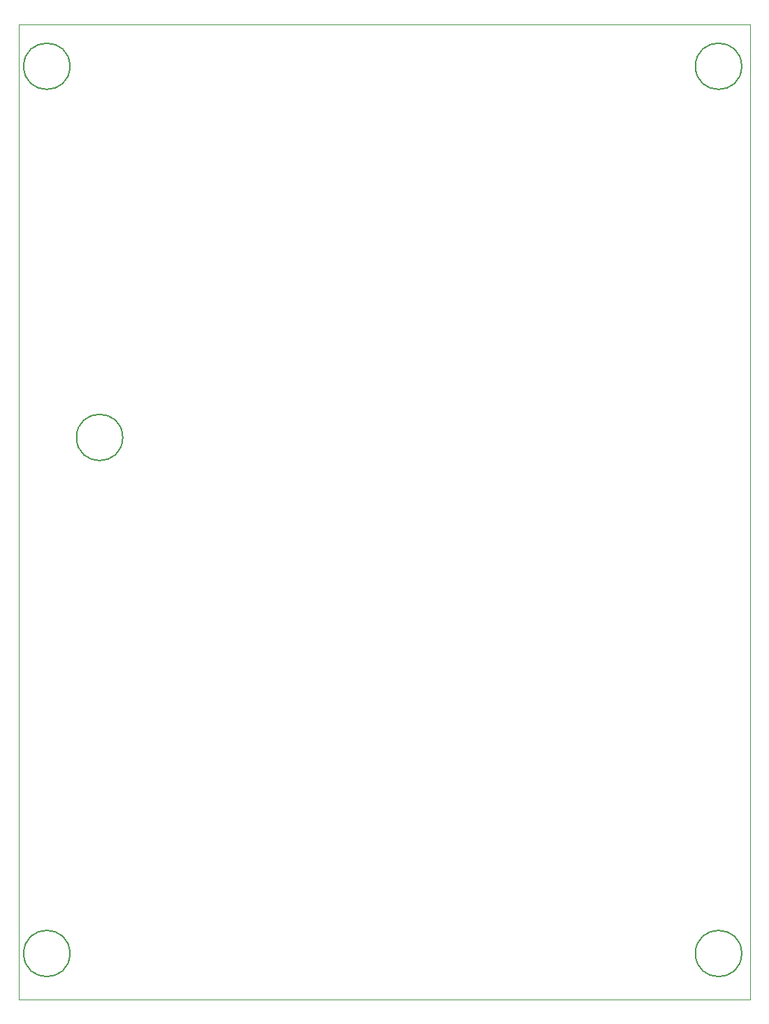
<source format=gbr>
%TF.GenerationSoftware,KiCad,Pcbnew,7.0.9-7.0.9~ubuntu22.04.1*%
%TF.CreationDate,2024-01-06T12:21:40-05:00*%
%TF.ProjectId,coleco_original,636f6c65-636f-45f6-9f72-6967696e616c,DEV*%
%TF.SameCoordinates,Original*%
%TF.FileFunction,Other,Comment*%
%FSLAX46Y46*%
G04 Gerber Fmt 4.6, Leading zero omitted, Abs format (unit mm)*
G04 Created by KiCad (PCBNEW 7.0.9-7.0.9~ubuntu22.04.1) date 2024-01-06 12:21:40*
%MOMM*%
%LPD*%
G01*
G04 APERTURE LIST*
%ADD10C,0.150000*%
%TA.AperFunction,Profile*%
%ADD11C,0.100000*%
%TD*%
G04 APERTURE END LIST*
D10*
%TO.C,H5*%
X169551000Y-60489400D02*
G75*
G03*
X169551000Y-60489400I-2800000J0D01*
G01*
%TO.C,H2*%
X88118600Y-167956800D02*
G75*
G03*
X88118600Y-167956800I-2800000J0D01*
G01*
%TO.C,H3*%
X94519400Y-105447400D02*
G75*
G03*
X94519400Y-105447400I-2800000J0D01*
G01*
%TO.C,H4*%
X88118600Y-60489400D02*
G75*
G03*
X88118600Y-60489400I-2800000J0D01*
G01*
%TO.C,H1*%
X169551000Y-167956800D02*
G75*
G03*
X169551000Y-167956800I-2800000J0D01*
G01*
%TD*%
D11*
X81915000Y-55434800D02*
X170611800Y-55434800D01*
X170611800Y-173494000D01*
X81915000Y-173494000D01*
X81915000Y-55434800D01*
M02*

</source>
